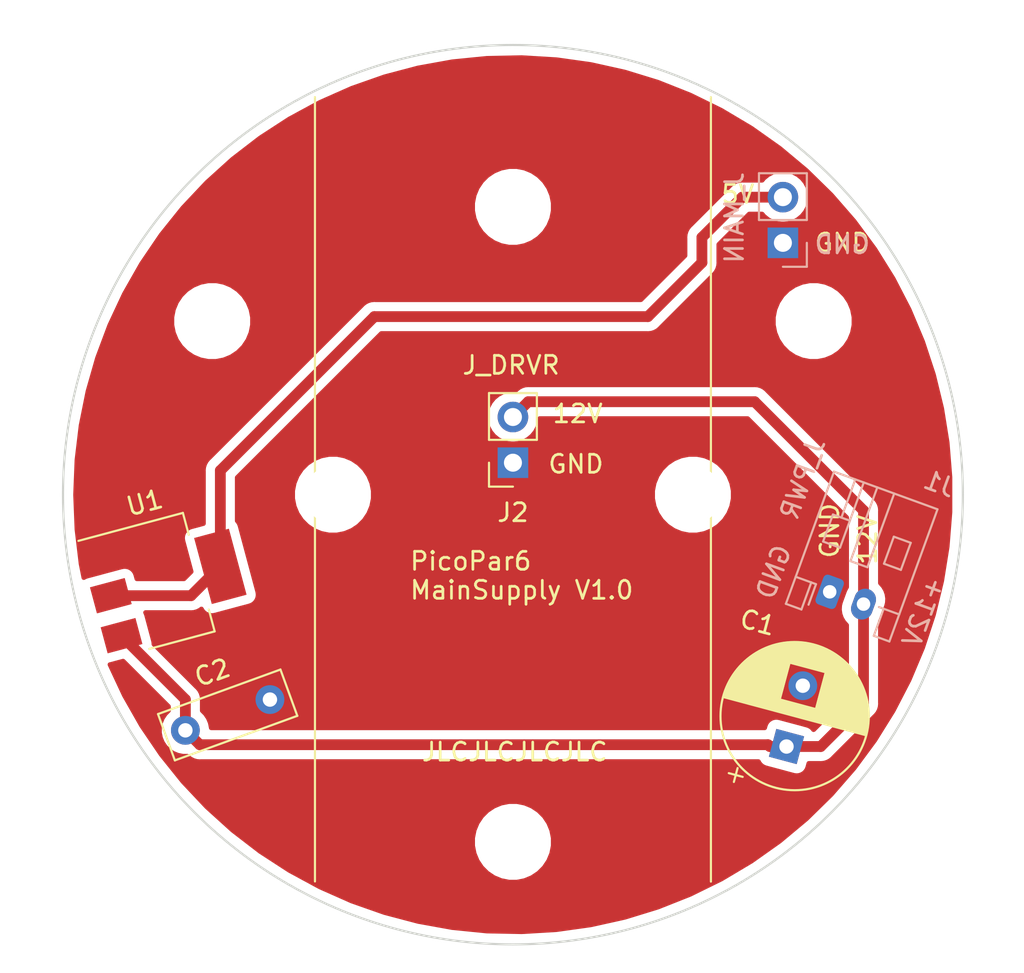
<source format=kicad_pcb>
(kicad_pcb (version 20171130) (host pcbnew "(5.1.4-0-10_14)")

  (general
    (thickness 1.6)
    (drawings 14)
    (tracks 22)
    (zones 0)
    (modules 12)
    (nets 4)
  )

  (page A4)
  (layers
    (0 F.Cu signal)
    (31 B.Cu signal)
    (32 B.Adhes user)
    (33 F.Adhes user)
    (34 B.Paste user)
    (35 F.Paste user)
    (36 B.SilkS user)
    (37 F.SilkS user)
    (38 B.Mask user)
    (39 F.Mask user)
    (40 Dwgs.User user)
    (41 Cmts.User user)
    (42 Eco1.User user)
    (43 Eco2.User user)
    (44 Edge.Cuts user)
    (45 Margin user)
    (46 B.CrtYd user)
    (47 F.CrtYd user)
    (48 B.Fab user)
    (49 F.Fab user)
  )

  (setup
    (last_trace_width 0.6)
    (user_trace_width 0.6)
    (trace_clearance 0.2)
    (zone_clearance 0.508)
    (zone_45_only no)
    (trace_min 0.2)
    (via_size 0.8)
    (via_drill 0.4)
    (via_min_size 0.4)
    (via_min_drill 0.3)
    (uvia_size 0.3)
    (uvia_drill 0.1)
    (uvias_allowed no)
    (uvia_min_size 0.2)
    (uvia_min_drill 0.1)
    (edge_width 0.05)
    (segment_width 0.2)
    (pcb_text_width 0.3)
    (pcb_text_size 1.5 1.5)
    (mod_edge_width 0.12)
    (mod_text_size 1 1)
    (mod_text_width 0.15)
    (pad_size 1.524 1.524)
    (pad_drill 0.762)
    (pad_to_mask_clearance 0.051)
    (solder_mask_min_width 0.25)
    (aux_axis_origin 0 0)
    (visible_elements FFFFFF7F)
    (pcbplotparams
      (layerselection 0x010fc_ffffffff)
      (usegerberextensions false)
      (usegerberattributes false)
      (usegerberadvancedattributes false)
      (creategerberjobfile false)
      (excludeedgelayer true)
      (linewidth 0.100000)
      (plotframeref false)
      (viasonmask false)
      (mode 1)
      (useauxorigin false)
      (hpglpennumber 1)
      (hpglpenspeed 20)
      (hpglpendiameter 15.000000)
      (psnegative false)
      (psa4output false)
      (plotreference true)
      (plotvalue true)
      (plotinvisibletext false)
      (padsonsilk false)
      (subtractmaskfromsilk false)
      (outputformat 1)
      (mirror false)
      (drillshape 0)
      (scaleselection 1)
      (outputdirectory ""))
  )

  (net 0 "")
  (net 1 GNDREF)
  (net 2 "Net-(C1-Pad1)")
  (net 3 "Net-(J3-Pad2)")

  (net_class Default "Dies ist die voreingestellte Netzklasse."
    (clearance 0.2)
    (trace_width 0.25)
    (via_dia 0.8)
    (via_drill 0.4)
    (uvia_dia 0.3)
    (uvia_drill 0.1)
    (add_net GNDREF)
    (add_net "Net-(C1-Pad1)")
    (add_net "Net-(J3-Pad2)")
  )

  (module Connector_PinSocket_2.54mm:PinSocket_1x02_P2.54mm_Vertical (layer B.Cu) (tedit 5A19A420) (tstamp 5E91CBC1)
    (at 165 106)
    (descr "Through hole straight socket strip, 1x02, 2.54mm pitch, single row (from Kicad 4.0.7), script generated")
    (tags "Through hole socket strip THT 1x02 2.54mm single row")
    (path /5E90FB75)
    (fp_text reference J3 (at -2.5 -4) (layer B.SilkS) hide
      (effects (font (size 1 1) (thickness 0.15)) (justify mirror))
    )
    (fp_text value Conn_01x02 (at 0 -5.31) (layer B.Fab) hide
      (effects (font (size 1 1) (thickness 0.15)) (justify mirror))
    )
    (fp_text user %R (at 0 -1.27 -90) (layer B.Fab) hide
      (effects (font (size 1 1) (thickness 0.15)) (justify mirror))
    )
    (fp_line (start -1.8 -4.3) (end -1.8 1.8) (layer B.CrtYd) (width 0.05))
    (fp_line (start 1.75 -4.3) (end -1.8 -4.3) (layer B.CrtYd) (width 0.05))
    (fp_line (start 1.75 1.8) (end 1.75 -4.3) (layer B.CrtYd) (width 0.05))
    (fp_line (start -1.8 1.8) (end 1.75 1.8) (layer B.CrtYd) (width 0.05))
    (fp_line (start 0 1.33) (end 1.33 1.33) (layer B.SilkS) (width 0.12))
    (fp_line (start 1.33 1.33) (end 1.33 0) (layer B.SilkS) (width 0.12))
    (fp_line (start 1.33 -1.27) (end 1.33 -3.87) (layer B.SilkS) (width 0.12))
    (fp_line (start -1.33 -3.87) (end 1.33 -3.87) (layer B.SilkS) (width 0.12))
    (fp_line (start -1.33 -1.27) (end -1.33 -3.87) (layer B.SilkS) (width 0.12))
    (fp_line (start -1.33 -1.27) (end 1.33 -1.27) (layer B.SilkS) (width 0.12))
    (fp_line (start -1.27 -3.81) (end -1.27 1.27) (layer B.Fab) (width 0.1))
    (fp_line (start 1.27 -3.81) (end -1.27 -3.81) (layer B.Fab) (width 0.1))
    (fp_line (start 1.27 0.635) (end 1.27 -3.81) (layer B.Fab) (width 0.1))
    (fp_line (start 0.635 1.27) (end 1.27 0.635) (layer B.Fab) (width 0.1))
    (fp_line (start -1.27 1.27) (end 0.635 1.27) (layer B.Fab) (width 0.1))
    (fp_text user J_MAIN (at -2.7 -1.4 90) (layer B.SilkS)
      (effects (font (size 1 1) (thickness 0.15)) (justify mirror))
    )
    (pad 2 thru_hole oval (at 0 -2.54) (size 1.7 1.7) (drill 1) (layers *.Cu *.Mask)
      (net 3 "Net-(J3-Pad2)"))
    (pad 1 thru_hole rect (at 0 0) (size 1.7 1.7) (drill 1) (layers *.Cu *.Mask)
      (net 1 GNDREF))
    (model ${KISYS3DMOD}/Connector_PinSocket_2.54mm.3dshapes/PinSocket_1x02_P2.54mm_Vertical.wrl
      (at (xyz 0 0 0))
      (scale (xyz 1 1 1))
      (rotate (xyz 0 0 0))
    )
  )

  (module Connector_JST:JST_PH_S2B-PH-K_1x02_P2.00mm_Horizontal (layer B.Cu) (tedit 5B7745C6) (tstamp 5E927AD4)
    (at 167.6 125.4 340)
    (descr "JST PH series connector, S2B-PH-K (http://www.jst-mfg.com/product/pdf/eng/ePH.pdf), generated with kicad-footprint-generator")
    (tags "connector JST PH top entry")
    (path /5E9155B3)
    (fp_text reference J1 (at 3.680004 -7.724479 340) (layer B.SilkS)
      (effects (font (size 1 1) (thickness 0.15)) (justify mirror))
    )
    (fp_text value Conn_01x02 (at 1 -7.45 340) (layer B.Fab) hide
      (effects (font (size 1 1) (thickness 0.15)) (justify mirror))
    )
    (fp_text user %R (at 1 -2.5 340) (layer B.Fab) hide
      (effects (font (size 1 1) (thickness 0.15)) (justify mirror))
    )
    (fp_line (start 0.5 -1.375) (end 0 -0.875) (layer B.Fab) (width 0.1))
    (fp_line (start -0.5 -1.375) (end 0.5 -1.375) (layer B.Fab) (width 0.1))
    (fp_line (start 0 -0.875) (end -0.5 -1.375) (layer B.Fab) (width 0.1))
    (fp_line (start -0.86 -0.14) (end -0.86 1.075) (layer B.SilkS) (width 0.12))
    (fp_line (start 3.25 -0.25) (end -1.25 -0.25) (layer B.Fab) (width 0.1))
    (fp_line (start 3.25 1.35) (end 3.25 -0.25) (layer B.Fab) (width 0.1))
    (fp_line (start 3.95 1.35) (end 3.25 1.35) (layer B.Fab) (width 0.1))
    (fp_line (start 3.95 -6.25) (end 3.95 1.35) (layer B.Fab) (width 0.1))
    (fp_line (start -1.95 -6.25) (end 3.95 -6.25) (layer B.Fab) (width 0.1))
    (fp_line (start -1.95 1.35) (end -1.95 -6.25) (layer B.Fab) (width 0.1))
    (fp_line (start -1.25 1.35) (end -1.95 1.35) (layer B.Fab) (width 0.1))
    (fp_line (start -1.25 -0.25) (end -1.25 1.35) (layer B.Fab) (width 0.1))
    (fp_line (start 4.45 1.85) (end -2.45 1.85) (layer B.CrtYd) (width 0.05))
    (fp_line (start 4.45 -6.75) (end 4.45 1.85) (layer B.CrtYd) (width 0.05))
    (fp_line (start -2.45 -6.75) (end 4.45 -6.75) (layer B.CrtYd) (width 0.05))
    (fp_line (start -2.45 1.85) (end -2.45 -6.75) (layer B.CrtYd) (width 0.05))
    (fp_line (start -0.8 -4.1) (end -0.8 -6.36) (layer B.SilkS) (width 0.12))
    (fp_line (start -0.3 -4.1) (end -0.3 -6.36) (layer B.SilkS) (width 0.12))
    (fp_line (start 2.3 -2.5) (end 3.3 -2.5) (layer B.SilkS) (width 0.12))
    (fp_line (start 2.3 -4.1) (end 2.3 -2.5) (layer B.SilkS) (width 0.12))
    (fp_line (start 3.3 -4.1) (end 2.3 -4.1) (layer B.SilkS) (width 0.12))
    (fp_line (start 3.3 -2.5) (end 3.3 -4.1) (layer B.SilkS) (width 0.12))
    (fp_line (start -0.3 -2.5) (end -1.3 -2.5) (layer B.SilkS) (width 0.12))
    (fp_line (start -0.3 -4.1) (end -0.3 -2.5) (layer B.SilkS) (width 0.12))
    (fp_line (start -1.3 -4.1) (end -0.3 -4.1) (layer B.SilkS) (width 0.12))
    (fp_line (start -1.3 -2.5) (end -1.3 -4.1) (layer B.SilkS) (width 0.12))
    (fp_line (start 4.06 -0.14) (end 3.14 -0.14) (layer B.SilkS) (width 0.12))
    (fp_line (start -2.06 -0.14) (end -1.14 -0.14) (layer B.SilkS) (width 0.12))
    (fp_line (start 1.5 -2) (end 1.5 -6.36) (layer B.SilkS) (width 0.12))
    (fp_line (start 0.5 -2) (end 1.5 -2) (layer B.SilkS) (width 0.12))
    (fp_line (start 0.5 -6.36) (end 0.5 -2) (layer B.SilkS) (width 0.12))
    (fp_line (start 3.14 -0.14) (end 2.86 -0.14) (layer B.SilkS) (width 0.12))
    (fp_line (start 3.14 1.46) (end 3.14 -0.14) (layer B.SilkS) (width 0.12))
    (fp_line (start 4.06 1.46) (end 3.14 1.46) (layer B.SilkS) (width 0.12))
    (fp_line (start 4.06 -6.36) (end 4.06 1.46) (layer B.SilkS) (width 0.12))
    (fp_line (start -2.06 -6.36) (end 4.06 -6.36) (layer B.SilkS) (width 0.12))
    (fp_line (start -2.06 1.46) (end -2.06 -6.36) (layer B.SilkS) (width 0.12))
    (fp_line (start -1.14 1.46) (end -2.06 1.46) (layer B.SilkS) (width 0.12))
    (fp_line (start -1.14 -0.14) (end -1.14 1.46) (layer B.SilkS) (width 0.12))
    (fp_line (start -0.86 -0.14) (end -1.14 -0.14) (layer B.SilkS) (width 0.12))
    (fp_text user J_PWR (at -3.564266 -5.407033 70) (layer B.SilkS)
      (effects (font (size 1 1) (thickness 0.15)) (justify mirror))
    )
    (pad 2 thru_hole oval (at 2 0 340) (size 1.2 1.75) (drill 0.75) (layers *.Cu *.Mask)
      (net 2 "Net-(C1-Pad1)"))
    (pad 1 thru_hole roundrect (at 0 0 340) (size 1.2 1.75) (drill 0.75) (layers *.Cu *.Mask) (roundrect_rratio 0.208333)
      (net 1 GNDREF))
    (model ${KISYS3DMOD}/Connector_JST.3dshapes/JST_PH_S2B-PH-K_1x02_P2.00mm_Horizontal.wrl
      (at (xyz 0 0 0))
      (scale (xyz 1 1 1))
      (rotate (xyz 0 0 0))
    )
  )

  (module Connector_PinSocket_2.54mm:PinSocket_1x02_P2.54mm_Vertical (layer F.Cu) (tedit 5A19A420) (tstamp 5E91CBAB)
    (at 150 118.222 180)
    (descr "Through hole straight socket strip, 1x02, 2.54mm pitch, single row (from Kicad 4.0.7), script generated")
    (tags "Through hole socket strip THT 1x02 2.54mm single row")
    (path /5E911232)
    (fp_text reference J2 (at 0 -2.77) (layer F.SilkS)
      (effects (font (size 1 1) (thickness 0.15)))
    )
    (fp_text value Conn_01x02 (at 0 5.31) (layer F.Fab) hide
      (effects (font (size 1 1) (thickness 0.15)))
    )
    (fp_text user %R (at 0 1.27 90) (layer F.Fab) hide
      (effects (font (size 1 1) (thickness 0.15)))
    )
    (fp_line (start -1.8 4.3) (end -1.8 -1.8) (layer F.CrtYd) (width 0.05))
    (fp_line (start 1.75 4.3) (end -1.8 4.3) (layer F.CrtYd) (width 0.05))
    (fp_line (start 1.75 -1.8) (end 1.75 4.3) (layer F.CrtYd) (width 0.05))
    (fp_line (start -1.8 -1.8) (end 1.75 -1.8) (layer F.CrtYd) (width 0.05))
    (fp_line (start 0 -1.33) (end 1.33 -1.33) (layer F.SilkS) (width 0.12))
    (fp_line (start 1.33 -1.33) (end 1.33 0) (layer F.SilkS) (width 0.12))
    (fp_line (start 1.33 1.27) (end 1.33 3.87) (layer F.SilkS) (width 0.12))
    (fp_line (start -1.33 3.87) (end 1.33 3.87) (layer F.SilkS) (width 0.12))
    (fp_line (start -1.33 1.27) (end -1.33 3.87) (layer F.SilkS) (width 0.12))
    (fp_line (start -1.33 1.27) (end 1.33 1.27) (layer F.SilkS) (width 0.12))
    (fp_line (start -1.27 3.81) (end -1.27 -1.27) (layer F.Fab) (width 0.1))
    (fp_line (start 1.27 3.81) (end -1.27 3.81) (layer F.Fab) (width 0.1))
    (fp_line (start 1.27 -0.635) (end 1.27 3.81) (layer F.Fab) (width 0.1))
    (fp_line (start 0.635 -1.27) (end 1.27 -0.635) (layer F.Fab) (width 0.1))
    (fp_line (start -1.27 -1.27) (end 0.635 -1.27) (layer F.Fab) (width 0.1))
    (fp_text user J_DRVR (at 0.1 5.422 180) (layer F.SilkS)
      (effects (font (size 1 1) (thickness 0.15)))
    )
    (pad 2 thru_hole oval (at 0 2.54 180) (size 1.7 1.7) (drill 1) (layers *.Cu *.Mask)
      (net 2 "Net-(C1-Pad1)"))
    (pad 1 thru_hole rect (at 0 0 180) (size 1.7 1.7) (drill 1) (layers *.Cu *.Mask)
      (net 1 GNDREF))
    (model ${KISYS3DMOD}/Connector_PinSocket_2.54mm.3dshapes/PinSocket_1x02_P2.54mm_Vertical.wrl
      (at (xyz 0 0 0))
      (scale (xyz 1 1 1))
      (rotate (xyz 0 0 0))
    )
  )

  (module MountingHole:MountingHole_3.2mm_M3 (layer F.Cu) (tedit 56D1B4CB) (tstamp 5E91D793)
    (at 160 120)
    (descr "Mounting Hole 3.2mm, no annular, M3")
    (tags "mounting hole 3.2mm no annular m3")
    (path /5E929596)
    (attr virtual)
    (fp_text reference H6 (at 0 -4.2) (layer F.SilkS) hide
      (effects (font (size 1 1) (thickness 0.15)))
    )
    (fp_text value MountingHole (at 0 4.2) (layer F.Fab) hide
      (effects (font (size 1 1) (thickness 0.15)))
    )
    (fp_circle (center 0 0) (end 3.45 0) (layer F.CrtYd) (width 0.05))
    (fp_circle (center 0 0) (end 3.2 0) (layer Cmts.User) (width 0.15))
    (fp_text user %R (at 0.3 0) (layer F.Fab) hide
      (effects (font (size 1 1) (thickness 0.15)))
    )
    (pad 1 np_thru_hole circle (at 0 0) (size 3.2 3.2) (drill 3.2) (layers *.Cu *.Mask))
  )

  (module MountingHole:MountingHole_3.2mm_M3 (layer F.Cu) (tedit 56D1B4CB) (tstamp 5E91D78B)
    (at 140 120)
    (descr "Mounting Hole 3.2mm, no annular, M3")
    (tags "mounting hole 3.2mm no annular m3")
    (path /5E929590)
    (attr virtual)
    (fp_text reference H5 (at 0 -4.2) (layer F.SilkS) hide
      (effects (font (size 1 1) (thickness 0.15)))
    )
    (fp_text value MountingHole (at 0 4.2) (layer F.Fab) hide
      (effects (font (size 1 1) (thickness 0.15)))
    )
    (fp_circle (center 0 0) (end 3.45 0) (layer F.CrtYd) (width 0.05))
    (fp_circle (center 0 0) (end 3.2 0) (layer Cmts.User) (width 0.15))
    (fp_text user %R (at 0.3 0) (layer F.Fab) hide
      (effects (font (size 1 1) (thickness 0.15)))
    )
    (pad 1 np_thru_hole circle (at 0 0) (size 3.2 3.2) (drill 3.2) (layers *.Cu *.Mask))
  )

  (module Package_TO_SOT_SMD:SOT-223-3_TabPin2 (layer F.Cu) (tedit 5A02FF57) (tstamp 5E91CBD7)
    (at 130.7 124.8 15)
    (descr "module CMS SOT223 4 pins")
    (tags "CMS SOT")
    (path /5E90CDAC)
    (attr smd)
    (fp_text reference U1 (at 0 -4.5 15) (layer F.SilkS)
      (effects (font (size 1 1) (thickness 0.15)))
    )
    (fp_text value LM1117-5.0 (at 0 4.5 15) (layer F.Fab) hide
      (effects (font (size 1 1) (thickness 0.15)))
    )
    (fp_line (start 1.85 -3.35) (end 1.85 3.35) (layer F.Fab) (width 0.1))
    (fp_line (start -1.85 3.35) (end 1.85 3.35) (layer F.Fab) (width 0.1))
    (fp_line (start -4.1 -3.41) (end 1.91 -3.41) (layer F.SilkS) (width 0.12))
    (fp_line (start -0.85 -3.35) (end 1.85 -3.35) (layer F.Fab) (width 0.1))
    (fp_line (start -1.85 3.41) (end 1.91 3.41) (layer F.SilkS) (width 0.12))
    (fp_line (start -1.85 -2.35) (end -1.85 3.35) (layer F.Fab) (width 0.1))
    (fp_line (start -1.85 -2.35) (end -0.85 -3.35) (layer F.Fab) (width 0.1))
    (fp_line (start -4.4 -3.6) (end -4.4 3.6) (layer F.CrtYd) (width 0.05))
    (fp_line (start -4.4 3.6) (end 4.4 3.6) (layer F.CrtYd) (width 0.05))
    (fp_line (start 4.4 3.6) (end 4.4 -3.6) (layer F.CrtYd) (width 0.05))
    (fp_line (start 4.4 -3.6) (end -4.4 -3.6) (layer F.CrtYd) (width 0.05))
    (fp_line (start 1.91 -3.41) (end 1.91 -2.15) (layer F.SilkS) (width 0.12))
    (fp_line (start 1.91 3.41) (end 1.91 2.15) (layer F.SilkS) (width 0.12))
    (fp_text user %R (at 0 0 105) (layer F.Fab) hide
      (effects (font (size 0.8 0.8) (thickness 0.12)))
    )
    (pad 1 smd rect (at -3.15 -2.3 15) (size 2 1.5) (layers F.Cu F.Paste F.Mask)
      (net 1 GNDREF))
    (pad 3 smd rect (at -3.15 2.3 15) (size 2 1.5) (layers F.Cu F.Paste F.Mask)
      (net 2 "Net-(C1-Pad1)"))
    (pad 2 smd rect (at -3.15 0 15) (size 2 1.5) (layers F.Cu F.Paste F.Mask)
      (net 3 "Net-(J3-Pad2)"))
    (pad 2 smd rect (at 3.15 0 15) (size 2 3.8) (layers F.Cu F.Paste F.Mask)
      (net 3 "Net-(J3-Pad2)"))
    (model ${KISYS3DMOD}/Package_TO_SOT_SMD.3dshapes/SOT-223.wrl
      (at (xyz 0 0 0))
      (scale (xyz 1 1 1))
      (rotate (xyz 0 0 0))
    )
  )

  (module MountingHole:MountingHole_3.2mm_M3 (layer F.Cu) (tedit 56D1B4CB) (tstamp 5E91CB6B)
    (at 133.29 110.35)
    (descr "Mounting Hole 3.2mm, no annular, M3")
    (tags "mounting hole 3.2mm no annular m3")
    (path /5E921C0C)
    (attr virtual)
    (fp_text reference H4 (at 0 -4.2) (layer F.SilkS) hide
      (effects (font (size 1 1) (thickness 0.15)))
    )
    (fp_text value MountingHole (at 0 4.2) (layer F.Fab) hide
      (effects (font (size 1 1) (thickness 0.15)))
    )
    (fp_circle (center 0 0) (end 3.45 0) (layer F.CrtYd) (width 0.05))
    (fp_circle (center 0 0) (end 3.2 0) (layer Cmts.User) (width 0.15))
    (fp_text user %R (at 0.3 0) (layer F.Fab) hide
      (effects (font (size 1 1) (thickness 0.15)))
    )
    (pad 1 np_thru_hole circle (at 0 0) (size 3.2 3.2) (drill 3.2) (layers *.Cu *.Mask))
  )

  (module MountingHole:MountingHole_3.2mm_M3 (layer F.Cu) (tedit 56D1B4CB) (tstamp 5E91CB63)
    (at 166.71 110.35)
    (descr "Mounting Hole 3.2mm, no annular, M3")
    (tags "mounting hole 3.2mm no annular m3")
    (path /5E920398)
    (attr virtual)
    (fp_text reference H3 (at 0 -4.2) (layer F.SilkS) hide
      (effects (font (size 1 1) (thickness 0.15)))
    )
    (fp_text value MountingHole (at 0 4.2) (layer F.Fab) hide
      (effects (font (size 1 1) (thickness 0.15)))
    )
    (fp_circle (center 0 0) (end 3.45 0) (layer F.CrtYd) (width 0.05))
    (fp_circle (center 0 0) (end 3.2 0) (layer Cmts.User) (width 0.15))
    (fp_text user %R (at 0.3 0) (layer F.Fab) hide
      (effects (font (size 1 1) (thickness 0.15)))
    )
    (pad 1 np_thru_hole circle (at 0 0) (size 3.2 3.2) (drill 3.2) (layers *.Cu *.Mask))
  )

  (module MountingHole:MountingHole_3.2mm_M3 (layer F.Cu) (tedit 56D1B4CB) (tstamp 5E91CB5B)
    (at 150 139.3)
    (descr "Mounting Hole 3.2mm, no annular, M3")
    (tags "mounting hole 3.2mm no annular m3")
    (path /5E920943)
    (attr virtual)
    (fp_text reference H2 (at 0 -4.2) (layer F.SilkS) hide
      (effects (font (size 1 1) (thickness 0.15)))
    )
    (fp_text value MountingHole (at 0 4.2) (layer F.Fab) hide
      (effects (font (size 1 1) (thickness 0.15)))
    )
    (fp_circle (center 0 0) (end 3.45 0) (layer F.CrtYd) (width 0.05))
    (fp_circle (center 0 0) (end 3.2 0) (layer Cmts.User) (width 0.15))
    (fp_text user %R (at 0.3 0) (layer F.Fab) hide
      (effects (font (size 1 1) (thickness 0.15)))
    )
    (pad 1 np_thru_hole circle (at 0 0) (size 3.2 3.2) (drill 3.2) (layers *.Cu *.Mask))
  )

  (module MountingHole:MountingHole_3.2mm_M3 (layer F.Cu) (tedit 56D1B4CB) (tstamp 5E91CB53)
    (at 150 104)
    (descr "Mounting Hole 3.2mm, no annular, M3")
    (tags "mounting hole 3.2mm no annular m3")
    (path /5E91F3F5)
    (attr virtual)
    (fp_text reference H1 (at 0 -4.2) (layer F.SilkS) hide
      (effects (font (size 1 1) (thickness 0.15)))
    )
    (fp_text value MountingHole (at 0 4.2) (layer F.Fab) hide
      (effects (font (size 1 1) (thickness 0.15)))
    )
    (fp_circle (center 0 0) (end 3.45 0) (layer F.CrtYd) (width 0.05))
    (fp_circle (center 0 0) (end 3.2 0) (layer Cmts.User) (width 0.15))
    (fp_text user %R (at 0.3 0) (layer F.Fab) hide
      (effects (font (size 1 1) (thickness 0.15)))
    )
    (pad 1 np_thru_hole circle (at 0 0) (size 3.2 3.2) (drill 3.2) (layers *.Cu *.Mask))
  )

  (module Capacitor_THT:C_Disc_D7.0mm_W2.5mm_P5.00mm (layer F.Cu) (tedit 5AE50EF0) (tstamp 5E925E4F)
    (at 131.8 133.1 20)
    (descr "C, Disc series, Radial, pin pitch=5.00mm, , diameter*width=7*2.5mm^2, Capacitor, http://cdn-reichelt.de/documents/datenblatt/B300/DS_KERKO_TC.pdf")
    (tags "C Disc series Radial pin pitch 5.00mm  diameter 7mm width 2.5mm Capacitor")
    (path /5E91D246)
    (fp_text reference C2 (at 2.5 -2.5 20) (layer F.SilkS)
      (effects (font (size 1 1) (thickness 0.15)))
    )
    (fp_text value 100nF (at 2.5 2.5 20) (layer F.Fab) hide
      (effects (font (size 1 1) (thickness 0.15)))
    )
    (fp_text user %R (at -0.455302 4.92 20) (layer F.Fab) hide
      (effects (font (size 1 1) (thickness 0.15)))
    )
    (fp_line (start 6.25 -1.5) (end -1.25 -1.5) (layer F.CrtYd) (width 0.05))
    (fp_line (start 6.25 1.5) (end 6.25 -1.5) (layer F.CrtYd) (width 0.05))
    (fp_line (start -1.25 1.5) (end 6.25 1.5) (layer F.CrtYd) (width 0.05))
    (fp_line (start -1.25 -1.5) (end -1.25 1.5) (layer F.CrtYd) (width 0.05))
    (fp_line (start 6.12 -1.37) (end 6.12 1.37) (layer F.SilkS) (width 0.12))
    (fp_line (start -1.12 -1.37) (end -1.12 1.37) (layer F.SilkS) (width 0.12))
    (fp_line (start -1.12 1.37) (end 6.12 1.37) (layer F.SilkS) (width 0.12))
    (fp_line (start -1.12 -1.37) (end 6.12 -1.37) (layer F.SilkS) (width 0.12))
    (fp_line (start 6 -1.25) (end -1 -1.25) (layer F.Fab) (width 0.1))
    (fp_line (start 6 1.25) (end 6 -1.25) (layer F.Fab) (width 0.1))
    (fp_line (start -1 1.25) (end 6 1.25) (layer F.Fab) (width 0.1))
    (fp_line (start -1 -1.25) (end -1 1.25) (layer F.Fab) (width 0.1))
    (pad 2 thru_hole circle (at 5 0 20) (size 1.6 1.6) (drill 0.8) (layers *.Cu *.Mask)
      (net 1 GNDREF))
    (pad 1 thru_hole circle (at 0 0 20) (size 1.6 1.6) (drill 0.8) (layers *.Cu *.Mask)
      (net 2 "Net-(C1-Pad1)"))
    (model ${KISYS3DMOD}/Capacitor_THT.3dshapes/C_Disc_D7.0mm_W2.5mm_P5.00mm.wrl
      (at (xyz 0 0 0))
      (scale (xyz 1 1 1))
      (rotate (xyz 0 0 0))
    )
  )

  (module Capacitor_THT:CP_Radial_D8.0mm_P3.50mm (layer F.Cu) (tedit 5AE50EF0) (tstamp 5E926114)
    (at 165.2 134 75)
    (descr "CP, Radial series, Radial, pin pitch=3.50mm, , diameter=8mm, Electrolytic Capacitor")
    (tags "CP Radial series Radial pin pitch 3.50mm  diameter 8mm Electrolytic Capacitor")
    (path /5E90DD4B)
    (fp_text reference C1 (at 6.250778 -3.331333 345) (layer F.SilkS)
      (effects (font (size 1 1) (thickness 0.15)))
    )
    (fp_text value 1000uF (at 1.75 5.25 75) (layer F.Fab) hide
      (effects (font (size 1 1) (thickness 0.15)))
    )
    (fp_text user %R (at 1.75 0 75) (layer F.Fab) hide
      (effects (font (size 1 1) (thickness 0.15)))
    )
    (fp_line (start -2.259698 -2.715) (end -2.259698 -1.915) (layer F.SilkS) (width 0.12))
    (fp_line (start -2.659698 -2.315) (end -1.859698 -2.315) (layer F.SilkS) (width 0.12))
    (fp_line (start 5.831 -0.533) (end 5.831 0.533) (layer F.SilkS) (width 0.12))
    (fp_line (start 5.791 -0.768) (end 5.791 0.768) (layer F.SilkS) (width 0.12))
    (fp_line (start 5.751 -0.948) (end 5.751 0.948) (layer F.SilkS) (width 0.12))
    (fp_line (start 5.711 -1.098) (end 5.711 1.098) (layer F.SilkS) (width 0.12))
    (fp_line (start 5.671 -1.229) (end 5.671 1.229) (layer F.SilkS) (width 0.12))
    (fp_line (start 5.631 -1.346) (end 5.631 1.346) (layer F.SilkS) (width 0.12))
    (fp_line (start 5.591 -1.453) (end 5.591 1.453) (layer F.SilkS) (width 0.12))
    (fp_line (start 5.551 -1.552) (end 5.551 1.552) (layer F.SilkS) (width 0.12))
    (fp_line (start 5.511 -1.645) (end 5.511 1.645) (layer F.SilkS) (width 0.12))
    (fp_line (start 5.471 -1.731) (end 5.471 1.731) (layer F.SilkS) (width 0.12))
    (fp_line (start 5.431 -1.813) (end 5.431 1.813) (layer F.SilkS) (width 0.12))
    (fp_line (start 5.391 -1.89) (end 5.391 1.89) (layer F.SilkS) (width 0.12))
    (fp_line (start 5.351 -1.964) (end 5.351 1.964) (layer F.SilkS) (width 0.12))
    (fp_line (start 5.311 -2.034) (end 5.311 2.034) (layer F.SilkS) (width 0.12))
    (fp_line (start 5.271 -2.102) (end 5.271 2.102) (layer F.SilkS) (width 0.12))
    (fp_line (start 5.231 -2.166) (end 5.231 2.166) (layer F.SilkS) (width 0.12))
    (fp_line (start 5.191 -2.228) (end 5.191 2.228) (layer F.SilkS) (width 0.12))
    (fp_line (start 5.151 -2.287) (end 5.151 2.287) (layer F.SilkS) (width 0.12))
    (fp_line (start 5.111 -2.345) (end 5.111 2.345) (layer F.SilkS) (width 0.12))
    (fp_line (start 5.071 -2.4) (end 5.071 2.4) (layer F.SilkS) (width 0.12))
    (fp_line (start 5.031 -2.454) (end 5.031 2.454) (layer F.SilkS) (width 0.12))
    (fp_line (start 4.991 -2.505) (end 4.991 2.505) (layer F.SilkS) (width 0.12))
    (fp_line (start 4.951 -2.556) (end 4.951 2.556) (layer F.SilkS) (width 0.12))
    (fp_line (start 4.911 -2.604) (end 4.911 2.604) (layer F.SilkS) (width 0.12))
    (fp_line (start 4.871 -2.651) (end 4.871 2.651) (layer F.SilkS) (width 0.12))
    (fp_line (start 4.831 -2.697) (end 4.831 2.697) (layer F.SilkS) (width 0.12))
    (fp_line (start 4.791 -2.741) (end 4.791 2.741) (layer F.SilkS) (width 0.12))
    (fp_line (start 4.751 -2.784) (end 4.751 2.784) (layer F.SilkS) (width 0.12))
    (fp_line (start 4.711 -2.826) (end 4.711 2.826) (layer F.SilkS) (width 0.12))
    (fp_line (start 4.671 -2.867) (end 4.671 2.867) (layer F.SilkS) (width 0.12))
    (fp_line (start 4.631 -2.907) (end 4.631 2.907) (layer F.SilkS) (width 0.12))
    (fp_line (start 4.591 -2.945) (end 4.591 2.945) (layer F.SilkS) (width 0.12))
    (fp_line (start 4.551 -2.983) (end 4.551 2.983) (layer F.SilkS) (width 0.12))
    (fp_line (start 4.511 1.04) (end 4.511 3.019) (layer F.SilkS) (width 0.12))
    (fp_line (start 4.511 -3.019) (end 4.511 -1.04) (layer F.SilkS) (width 0.12))
    (fp_line (start 4.471 1.04) (end 4.471 3.055) (layer F.SilkS) (width 0.12))
    (fp_line (start 4.471 -3.055) (end 4.471 -1.04) (layer F.SilkS) (width 0.12))
    (fp_line (start 4.431 1.04) (end 4.431 3.09) (layer F.SilkS) (width 0.12))
    (fp_line (start 4.431 -3.09) (end 4.431 -1.04) (layer F.SilkS) (width 0.12))
    (fp_line (start 4.391 1.04) (end 4.391 3.124) (layer F.SilkS) (width 0.12))
    (fp_line (start 4.391 -3.124) (end 4.391 -1.04) (layer F.SilkS) (width 0.12))
    (fp_line (start 4.351 1.04) (end 4.351 3.156) (layer F.SilkS) (width 0.12))
    (fp_line (start 4.351 -3.156) (end 4.351 -1.04) (layer F.SilkS) (width 0.12))
    (fp_line (start 4.311 1.04) (end 4.311 3.189) (layer F.SilkS) (width 0.12))
    (fp_line (start 4.311 -3.189) (end 4.311 -1.04) (layer F.SilkS) (width 0.12))
    (fp_line (start 4.271 1.04) (end 4.271 3.22) (layer F.SilkS) (width 0.12))
    (fp_line (start 4.271 -3.22) (end 4.271 -1.04) (layer F.SilkS) (width 0.12))
    (fp_line (start 4.231 1.04) (end 4.231 3.25) (layer F.SilkS) (width 0.12))
    (fp_line (start 4.231 -3.25) (end 4.231 -1.04) (layer F.SilkS) (width 0.12))
    (fp_line (start 4.191 1.04) (end 4.191 3.28) (layer F.SilkS) (width 0.12))
    (fp_line (start 4.191 -3.28) (end 4.191 -1.04) (layer F.SilkS) (width 0.12))
    (fp_line (start 4.151 1.04) (end 4.151 3.309) (layer F.SilkS) (width 0.12))
    (fp_line (start 4.151 -3.309) (end 4.151 -1.04) (layer F.SilkS) (width 0.12))
    (fp_line (start 4.111 1.04) (end 4.111 3.338) (layer F.SilkS) (width 0.12))
    (fp_line (start 4.111 -3.338) (end 4.111 -1.04) (layer F.SilkS) (width 0.12))
    (fp_line (start 4.071 1.04) (end 4.071 3.365) (layer F.SilkS) (width 0.12))
    (fp_line (start 4.071 -3.365) (end 4.071 -1.04) (layer F.SilkS) (width 0.12))
    (fp_line (start 4.031 1.04) (end 4.031 3.392) (layer F.SilkS) (width 0.12))
    (fp_line (start 4.031 -3.392) (end 4.031 -1.04) (layer F.SilkS) (width 0.12))
    (fp_line (start 3.991 1.04) (end 3.991 3.418) (layer F.SilkS) (width 0.12))
    (fp_line (start 3.991 -3.418) (end 3.991 -1.04) (layer F.SilkS) (width 0.12))
    (fp_line (start 3.951 1.04) (end 3.951 3.444) (layer F.SilkS) (width 0.12))
    (fp_line (start 3.951 -3.444) (end 3.951 -1.04) (layer F.SilkS) (width 0.12))
    (fp_line (start 3.911 1.04) (end 3.911 3.469) (layer F.SilkS) (width 0.12))
    (fp_line (start 3.911 -3.469) (end 3.911 -1.04) (layer F.SilkS) (width 0.12))
    (fp_line (start 3.871 1.04) (end 3.871 3.493) (layer F.SilkS) (width 0.12))
    (fp_line (start 3.871 -3.493) (end 3.871 -1.04) (layer F.SilkS) (width 0.12))
    (fp_line (start 3.831 1.04) (end 3.831 3.517) (layer F.SilkS) (width 0.12))
    (fp_line (start 3.831 -3.517) (end 3.831 -1.04) (layer F.SilkS) (width 0.12))
    (fp_line (start 3.791 1.04) (end 3.791 3.54) (layer F.SilkS) (width 0.12))
    (fp_line (start 3.791 -3.54) (end 3.791 -1.04) (layer F.SilkS) (width 0.12))
    (fp_line (start 3.751 1.04) (end 3.751 3.562) (layer F.SilkS) (width 0.12))
    (fp_line (start 3.751 -3.562) (end 3.751 -1.04) (layer F.SilkS) (width 0.12))
    (fp_line (start 3.711 1.04) (end 3.711 3.584) (layer F.SilkS) (width 0.12))
    (fp_line (start 3.711 -3.584) (end 3.711 -1.04) (layer F.SilkS) (width 0.12))
    (fp_line (start 3.671 1.04) (end 3.671 3.606) (layer F.SilkS) (width 0.12))
    (fp_line (start 3.671 -3.606) (end 3.671 -1.04) (layer F.SilkS) (width 0.12))
    (fp_line (start 3.631 1.04) (end 3.631 3.627) (layer F.SilkS) (width 0.12))
    (fp_line (start 3.631 -3.627) (end 3.631 -1.04) (layer F.SilkS) (width 0.12))
    (fp_line (start 3.591 1.04) (end 3.591 3.647) (layer F.SilkS) (width 0.12))
    (fp_line (start 3.591 -3.647) (end 3.591 -1.04) (layer F.SilkS) (width 0.12))
    (fp_line (start 3.551 1.04) (end 3.551 3.666) (layer F.SilkS) (width 0.12))
    (fp_line (start 3.551 -3.666) (end 3.551 -1.04) (layer F.SilkS) (width 0.12))
    (fp_line (start 3.511 1.04) (end 3.511 3.686) (layer F.SilkS) (width 0.12))
    (fp_line (start 3.511 -3.686) (end 3.511 -1.04) (layer F.SilkS) (width 0.12))
    (fp_line (start 3.471 1.04) (end 3.471 3.704) (layer F.SilkS) (width 0.12))
    (fp_line (start 3.471 -3.704) (end 3.471 -1.04) (layer F.SilkS) (width 0.12))
    (fp_line (start 3.431 1.04) (end 3.431 3.722) (layer F.SilkS) (width 0.12))
    (fp_line (start 3.431 -3.722) (end 3.431 -1.04) (layer F.SilkS) (width 0.12))
    (fp_line (start 3.391 1.04) (end 3.391 3.74) (layer F.SilkS) (width 0.12))
    (fp_line (start 3.391 -3.74) (end 3.391 -1.04) (layer F.SilkS) (width 0.12))
    (fp_line (start 3.351 1.04) (end 3.351 3.757) (layer F.SilkS) (width 0.12))
    (fp_line (start 3.351 -3.757) (end 3.351 -1.04) (layer F.SilkS) (width 0.12))
    (fp_line (start 3.311 1.04) (end 3.311 3.774) (layer F.SilkS) (width 0.12))
    (fp_line (start 3.311 -3.774) (end 3.311 -1.04) (layer F.SilkS) (width 0.12))
    (fp_line (start 3.271 1.04) (end 3.271 3.79) (layer F.SilkS) (width 0.12))
    (fp_line (start 3.271 -3.79) (end 3.271 -1.04) (layer F.SilkS) (width 0.12))
    (fp_line (start 3.231 1.04) (end 3.231 3.805) (layer F.SilkS) (width 0.12))
    (fp_line (start 3.231 -3.805) (end 3.231 -1.04) (layer F.SilkS) (width 0.12))
    (fp_line (start 3.191 1.04) (end 3.191 3.821) (layer F.SilkS) (width 0.12))
    (fp_line (start 3.191 -3.821) (end 3.191 -1.04) (layer F.SilkS) (width 0.12))
    (fp_line (start 3.151 1.04) (end 3.151 3.835) (layer F.SilkS) (width 0.12))
    (fp_line (start 3.151 -3.835) (end 3.151 -1.04) (layer F.SilkS) (width 0.12))
    (fp_line (start 3.111 1.04) (end 3.111 3.85) (layer F.SilkS) (width 0.12))
    (fp_line (start 3.111 -3.85) (end 3.111 -1.04) (layer F.SilkS) (width 0.12))
    (fp_line (start 3.071 1.04) (end 3.071 3.863) (layer F.SilkS) (width 0.12))
    (fp_line (start 3.071 -3.863) (end 3.071 -1.04) (layer F.SilkS) (width 0.12))
    (fp_line (start 3.031 1.04) (end 3.031 3.877) (layer F.SilkS) (width 0.12))
    (fp_line (start 3.031 -3.877) (end 3.031 -1.04) (layer F.SilkS) (width 0.12))
    (fp_line (start 2.991 1.04) (end 2.991 3.889) (layer F.SilkS) (width 0.12))
    (fp_line (start 2.991 -3.889) (end 2.991 -1.04) (layer F.SilkS) (width 0.12))
    (fp_line (start 2.951 1.04) (end 2.951 3.902) (layer F.SilkS) (width 0.12))
    (fp_line (start 2.951 -3.902) (end 2.951 -1.04) (layer F.SilkS) (width 0.12))
    (fp_line (start 2.911 1.04) (end 2.911 3.914) (layer F.SilkS) (width 0.12))
    (fp_line (start 2.911 -3.914) (end 2.911 -1.04) (layer F.SilkS) (width 0.12))
    (fp_line (start 2.871 1.04) (end 2.871 3.925) (layer F.SilkS) (width 0.12))
    (fp_line (start 2.871 -3.925) (end 2.871 -1.04) (layer F.SilkS) (width 0.12))
    (fp_line (start 2.831 1.04) (end 2.831 3.936) (layer F.SilkS) (width 0.12))
    (fp_line (start 2.831 -3.936) (end 2.831 -1.04) (layer F.SilkS) (width 0.12))
    (fp_line (start 2.791 1.04) (end 2.791 3.947) (layer F.SilkS) (width 0.12))
    (fp_line (start 2.791 -3.947) (end 2.791 -1.04) (layer F.SilkS) (width 0.12))
    (fp_line (start 2.751 1.04) (end 2.751 3.957) (layer F.SilkS) (width 0.12))
    (fp_line (start 2.751 -3.957) (end 2.751 -1.04) (layer F.SilkS) (width 0.12))
    (fp_line (start 2.711 1.04) (end 2.711 3.967) (layer F.SilkS) (width 0.12))
    (fp_line (start 2.711 -3.967) (end 2.711 -1.04) (layer F.SilkS) (width 0.12))
    (fp_line (start 2.671 1.04) (end 2.671 3.976) (layer F.SilkS) (width 0.12))
    (fp_line (start 2.671 -3.976) (end 2.671 -1.04) (layer F.SilkS) (width 0.12))
    (fp_line (start 2.631 1.04) (end 2.631 3.985) (layer F.SilkS) (width 0.12))
    (fp_line (start 2.631 -3.985) (end 2.631 -1.04) (layer F.SilkS) (width 0.12))
    (fp_line (start 2.591 1.04) (end 2.591 3.994) (layer F.SilkS) (width 0.12))
    (fp_line (start 2.591 -3.994) (end 2.591 -1.04) (layer F.SilkS) (width 0.12))
    (fp_line (start 2.551 1.04) (end 2.551 4.002) (layer F.SilkS) (width 0.12))
    (fp_line (start 2.551 -4.002) (end 2.551 -1.04) (layer F.SilkS) (width 0.12))
    (fp_line (start 2.511 1.04) (end 2.511 4.01) (layer F.SilkS) (width 0.12))
    (fp_line (start 2.511 -4.01) (end 2.511 -1.04) (layer F.SilkS) (width 0.12))
    (fp_line (start 2.471 1.04) (end 2.471 4.017) (layer F.SilkS) (width 0.12))
    (fp_line (start 2.471 -4.017) (end 2.471 -1.04) (layer F.SilkS) (width 0.12))
    (fp_line (start 2.43 -4.024) (end 2.43 4.024) (layer F.SilkS) (width 0.12))
    (fp_line (start 2.39 -4.03) (end 2.39 4.03) (layer F.SilkS) (width 0.12))
    (fp_line (start 2.35 -4.037) (end 2.35 4.037) (layer F.SilkS) (width 0.12))
    (fp_line (start 2.31 -4.042) (end 2.31 4.042) (layer F.SilkS) (width 0.12))
    (fp_line (start 2.27 -4.048) (end 2.27 4.048) (layer F.SilkS) (width 0.12))
    (fp_line (start 2.23 -4.052) (end 2.23 4.052) (layer F.SilkS) (width 0.12))
    (fp_line (start 2.19 -4.057) (end 2.19 4.057) (layer F.SilkS) (width 0.12))
    (fp_line (start 2.15 -4.061) (end 2.15 4.061) (layer F.SilkS) (width 0.12))
    (fp_line (start 2.11 -4.065) (end 2.11 4.065) (layer F.SilkS) (width 0.12))
    (fp_line (start 2.07 -4.068) (end 2.07 4.068) (layer F.SilkS) (width 0.12))
    (fp_line (start 2.03 -4.071) (end 2.03 4.071) (layer F.SilkS) (width 0.12))
    (fp_line (start 1.99 -4.074) (end 1.99 4.074) (layer F.SilkS) (width 0.12))
    (fp_line (start 1.95 -4.076) (end 1.95 4.076) (layer F.SilkS) (width 0.12))
    (fp_line (start 1.91 -4.077) (end 1.91 4.077) (layer F.SilkS) (width 0.12))
    (fp_line (start 1.87 -4.079) (end 1.87 4.079) (layer F.SilkS) (width 0.12))
    (fp_line (start 1.83 -4.08) (end 1.83 4.08) (layer F.SilkS) (width 0.12))
    (fp_line (start 1.79 -4.08) (end 1.79 4.08) (layer F.SilkS) (width 0.12))
    (fp_line (start 1.75 -4.08) (end 1.75 4.08) (layer F.SilkS) (width 0.12))
    (fp_line (start -1.276759 -2.1475) (end -1.276759 -1.3475) (layer F.Fab) (width 0.1))
    (fp_line (start -1.676759 -1.7475) (end -0.876759 -1.7475) (layer F.Fab) (width 0.1))
    (fp_circle (center 1.75 0) (end 6 0) (layer F.CrtYd) (width 0.05))
    (fp_circle (center 1.75 0) (end 5.87 0) (layer F.SilkS) (width 0.12))
    (fp_circle (center 1.75 0) (end 5.75 0) (layer F.Fab) (width 0.1))
    (pad 2 thru_hole circle (at 3.5 0 75) (size 1.6 1.6) (drill 0.8) (layers *.Cu *.Mask)
      (net 1 GNDREF))
    (pad 1 thru_hole rect (at 0 0 75) (size 1.6 1.6) (drill 0.8) (layers *.Cu *.Mask)
      (net 2 "Net-(C1-Pad1)"))
    (model ${KISYS3DMOD}/Capacitor_THT.3dshapes/CP_Radial_D8.0mm_P3.50mm.wrl
      (at (xyz 0 0 0))
      (scale (xyz 1 1 1))
      (rotate (xyz 0 0 0))
    )
  )

  (gr_text JLCJLCJLCJLC (at 150.1 134.3) (layer F.SilkS)
    (effects (font (size 1 1) (thickness 0.15)))
  )
  (gr_text "PicoPar6\nMainSupply V1.0" (at 144.2 124.5) (layer F.SilkS)
    (effects (font (size 1 1) (thickness 0.15)) (justify left))
  )
  (gr_text 5V (at 162.5 103.3) (layer F.SilkS) (tstamp 5E9281A9)
    (effects (font (size 1 1) (thickness 0.15)))
  )
  (gr_text GND (at 168.3 106) (layer F.SilkS) (tstamp 5E92819F)
    (effects (font (size 1 1) (thickness 0.15)))
  )
  (gr_text 12V (at 169.7 122.5 90) (layer F.SilkS) (tstamp 5E928192)
    (effects (font (size 1 1) (thickness 0.15)))
  )
  (gr_text GND (at 167.6 122 90) (layer F.SilkS) (tstamp 5E928191)
    (effects (font (size 1 1) (thickness 0.15)))
  )
  (gr_text 12V (at 153.6 115.5) (layer F.SilkS)
    (effects (font (size 1 1) (thickness 0.15)))
  )
  (gr_text GND (at 153.5 118.3) (layer F.SilkS)
    (effects (font (size 1 1) (thickness 0.15)))
  )
  (gr_text GND (at 168.3 106.1) (layer B.SilkS)
    (effects (font (size 1 1) (thickness 0.15)) (justify mirror))
  )
  (gr_text +12V (at 172.8 126.5 70) (layer B.SilkS) (tstamp 5E9279B7)
    (effects (font (size 1 1) (thickness 0.15)) (justify mirror))
  )
  (gr_text GND (at 164.5 124.3 70) (layer B.SilkS)
    (effects (font (size 1 1) (thickness 0.15)) (justify mirror))
  )
  (gr_line (start 161 97.9) (end 161 141.51) (layer F.SilkS) (width 0.12) (tstamp 5E91F058))
  (gr_line (start 139 97.9) (end 139 141.5) (layer F.SilkS) (width 0.12))
  (gr_circle (center 150 120) (end 175 120) (layer Edge.Cuts) (width 0.12))

  (segment (start 169.479385 126.08404) (end 169.479385 131.620615) (width 0.6) (layer F.Cu) (net 2))
  (segment (start 167.1 134) (end 165.2 134) (width 0.6) (layer F.Cu) (net 2))
  (segment (start 169.479385 131.620615) (end 167.1 134) (width 0.6) (layer F.Cu) (net 2))
  (segment (start 164.27178 134) (end 164.17178 133.9) (width 0.6) (layer F.Cu) (net 2))
  (segment (start 165.2 134) (end 164.27178 134) (width 0.6) (layer F.Cu) (net 2))
  (segment (start 132.599999 133.899999) (end 131.8 133.1) (width 0.6) (layer F.Cu) (net 2))
  (segment (start 164.17178 133.9) (end 132.599999 133.899999) (width 0.6) (layer F.Cu) (net 2))
  (segment (start 131.8 131.384292) (end 128.252617 127.836909) (width 0.6) (layer F.Cu) (net 2))
  (segment (start 131.8 133.1) (end 131.8 131.384292) (width 0.6) (layer F.Cu) (net 2))
  (segment (start 150.849999 114.832001) (end 163.432001 114.832001) (width 0.6) (layer F.Cu) (net 2))
  (segment (start 150 115.682) (end 150.849999 114.832001) (width 0.6) (layer F.Cu) (net 2))
  (segment (start 169.479385 120.879385) (end 169.479385 126.08404) (width 0.6) (layer F.Cu) (net 2))
  (segment (start 163.432001 114.832001) (end 169.479385 120.879385) (width 0.6) (layer F.Cu) (net 2))
  (segment (start 132.112106 125.61528) (end 133.742666 123.98472) (width 0.6) (layer F.Cu) (net 3))
  (segment (start 127.657334 125.61528) (end 132.112106 125.61528) (width 0.6) (layer F.Cu) (net 3))
  (segment (start 133.742666 123.98472) (end 133.742666 118.657334) (width 0.6) (layer F.Cu) (net 3))
  (segment (start 133.742666 118.657334) (end 142.3 110.1) (width 0.6) (layer F.Cu) (net 3))
  (segment (start 142.3 110.1) (end 157.5 110.1) (width 0.6) (layer F.Cu) (net 3))
  (segment (start 165 103.46) (end 162.74 103.46) (width 0.6) (layer F.Cu) (net 3))
  (segment (start 162.74 103.46) (end 160.5 105.7) (width 0.6) (layer F.Cu) (net 3))
  (segment (start 160.5 107.1) (end 157.5 110.1) (width 0.6) (layer F.Cu) (net 3))
  (segment (start 160.5 105.7) (end 160.5 107.1) (width 0.6) (layer F.Cu) (net 3))

  (zone (net 1) (net_name GNDREF) (layer F.Cu) (tstamp 5E9281E3) (hatch edge 0.508)
    (connect_pads yes (clearance 0.508))
    (min_thickness 0.254)
    (fill yes (arc_segments 32) (thermal_gap 0.508) (thermal_bridge_width 0.508))
    (polygon
      (pts
        (xy 128.4 94.8) (xy 155.7 92.5) (xy 174.4 103) (xy 178.4 119.4) (xy 178.2 145.3)
        (xy 121.5 146.6) (xy 123.8 97.3)
      )
    )
    (filled_polygon
      (pts
        (xy 152.412364 95.815014) (xy 154.326239 96.08313) (xy 156.212762 96.502455) (xy 158.060007 97.07034) (xy 159.856293 97.783193)
        (xy 161.590265 98.636508) (xy 163.250959 99.62489) (xy 164.827876 100.74209) (xy 166.311047 101.981044) (xy 167.691094 103.333921)
        (xy 168.959293 104.792165) (xy 170.107625 106.346559) (xy 171.128829 107.987273) (xy 172.016451 109.703937) (xy 172.764877 111.485695)
        (xy 173.369377 113.321283) (xy 173.826128 115.199097) (xy 174.132242 117.107263) (xy 174.285784 119.033718) (xy 174.285784 120.966282)
        (xy 174.132242 122.892737) (xy 173.826128 124.800903) (xy 173.369377 126.678717) (xy 172.764877 128.514305) (xy 172.016451 130.296063)
        (xy 171.128829 132.012727) (xy 170.107625 133.653441) (xy 168.959293 135.207835) (xy 167.691094 136.666079) (xy 166.311047 138.018956)
        (xy 164.827876 139.25791) (xy 163.250959 140.37511) (xy 161.590265 141.363492) (xy 159.856293 142.216807) (xy 158.060007 142.92966)
        (xy 156.212762 143.497545) (xy 154.326239 143.91687) (xy 152.412364 144.184986) (xy 150.483237 144.300196) (xy 148.551054 144.261772)
        (xy 146.628033 144.069958) (xy 144.72633 143.725965) (xy 142.857969 143.23197) (xy 141.034762 142.591094) (xy 139.268237 141.807391)
        (xy 137.569561 140.885813) (xy 135.949474 139.83219) (xy 134.972391 139.079872) (xy 147.765 139.079872) (xy 147.765 139.520128)
        (xy 147.85089 139.951925) (xy 148.019369 140.358669) (xy 148.263962 140.724729) (xy 148.575271 141.036038) (xy 148.941331 141.280631)
        (xy 149.348075 141.44911) (xy 149.779872 141.535) (xy 150.220128 141.535) (xy 150.651925 141.44911) (xy 151.058669 141.280631)
        (xy 151.424729 141.036038) (xy 151.736038 140.724729) (xy 151.980631 140.358669) (xy 152.14911 139.951925) (xy 152.235 139.520128)
        (xy 152.235 139.079872) (xy 152.14911 138.648075) (xy 151.980631 138.241331) (xy 151.736038 137.875271) (xy 151.424729 137.563962)
        (xy 151.058669 137.319369) (xy 150.651925 137.15089) (xy 150.220128 137.065) (xy 149.779872 137.065) (xy 149.348075 137.15089)
        (xy 148.941331 137.319369) (xy 148.575271 137.563962) (xy 148.263962 137.875271) (xy 148.019369 138.241331) (xy 147.85089 138.648075)
        (xy 147.765 139.079872) (xy 134.972391 139.079872) (xy 134.418219 138.65318) (xy 132.985477 137.356239) (xy 131.660307 135.949567)
        (xy 130.451086 134.442056) (xy 129.365459 132.843238) (xy 128.410291 131.163221) (xy 127.60588 129.443118) (xy 127.64595 129.436502)
        (xy 128.343116 129.249697) (xy 130.865001 131.771583) (xy 130.865001 132.005603) (xy 130.685363 132.185241) (xy 130.52832 132.420273)
        (xy 130.420147 132.681426) (xy 130.365 132.958665) (xy 130.365 133.241335) (xy 130.420147 133.518574) (xy 130.52832 133.779727)
        (xy 130.685363 134.014759) (xy 130.885241 134.214637) (xy 131.120273 134.37168) (xy 131.381426 134.479853) (xy 131.658665 134.535)
        (xy 131.911575 134.535) (xy 131.935655 134.564342) (xy 131.971329 134.593619) (xy 131.971332 134.593622) (xy 132.078027 134.681184)
        (xy 132.240458 134.768005) (xy 132.416706 134.82147) (xy 132.599998 134.839522) (xy 132.645933 134.834998) (xy 163.645089 134.835)
        (xy 163.667617 134.884721) (xy 163.740476 134.986395) (xy 163.83177 135.071901) (xy 163.937992 135.137954) (xy 164.055059 135.182015)
        (xy 165.60054 135.596126) (xy 165.723953 135.616502) (xy 165.84897 135.612409) (xy 165.970786 135.584006) (xy 166.084721 135.532383)
        (xy 166.186395 135.459524) (xy 166.271901 135.36823) (xy 166.337954 135.262008) (xy 166.382015 135.144941) (xy 166.438269 134.935)
        (xy 167.054068 134.935) (xy 167.1 134.939524) (xy 167.145932 134.935) (xy 167.283292 134.921471) (xy 167.45954 134.868007)
        (xy 167.621972 134.781186) (xy 167.764344 134.664344) (xy 167.79363 134.628659) (xy 170.108044 132.314245) (xy 170.143729 132.284959)
        (xy 170.260571 132.142587) (xy 170.329982 132.012727) (xy 170.347392 131.980156) (xy 170.400857 131.803907) (xy 170.418909 131.620615)
        (xy 170.414385 131.57468) (xy 170.414385 127.028721) (xy 170.446251 126.986241) (xy 170.525099 126.821858) (xy 170.754709 126.191017)
        (xy 170.799972 126.01441) (xy 170.813234 125.771497) (xy 170.778852 125.530666) (xy 170.698147 125.30117) (xy 170.57422 125.091828)
        (xy 170.414385 124.913532) (xy 170.414385 120.925309) (xy 170.418908 120.879384) (xy 170.414385 120.833459) (xy 170.414385 120.833453)
        (xy 170.400856 120.696093) (xy 170.347392 120.519845) (xy 170.260571 120.357413) (xy 170.143729 120.215041) (xy 170.108051 120.185761)
        (xy 164.125631 114.203342) (xy 164.096345 114.167657) (xy 163.953973 114.050815) (xy 163.791541 113.963994) (xy 163.615293 113.91053)
        (xy 163.477933 113.897001) (xy 163.432001 113.892477) (xy 163.386069 113.897001) (xy 150.89593 113.897001) (xy 150.849998 113.892477)
        (xy 150.666706 113.91053) (xy 150.627567 113.922403) (xy 150.490459 113.963994) (xy 150.328027 114.050815) (xy 150.185655 114.167657)
        (xy 150.156373 114.203337) (xy 150.154662 114.205048) (xy 150.07295 114.197) (xy 149.92705 114.197) (xy 149.708889 114.218487)
        (xy 149.428966 114.303401) (xy 149.170986 114.441294) (xy 148.944866 114.626866) (xy 148.759294 114.852986) (xy 148.621401 115.110966)
        (xy 148.536487 115.390889) (xy 148.507815 115.682) (xy 148.536487 115.973111) (xy 148.621401 116.253034) (xy 148.759294 116.511014)
        (xy 148.944866 116.737134) (xy 149.170986 116.922706) (xy 149.428966 117.060599) (xy 149.708889 117.145513) (xy 149.92705 117.167)
        (xy 150.07295 117.167) (xy 150.291111 117.145513) (xy 150.571034 117.060599) (xy 150.829014 116.922706) (xy 151.055134 116.737134)
        (xy 151.240706 116.511014) (xy 151.378599 116.253034) (xy 151.463513 115.973111) (xy 151.483813 115.767001) (xy 163.044712 115.767001)
        (xy 168.544385 121.266675) (xy 168.544386 125.139357) (xy 168.512518 125.181839) (xy 168.433671 125.346222) (xy 168.204061 125.977065)
        (xy 168.158798 126.153671) (xy 168.145536 126.396583) (xy 168.179918 126.637414) (xy 168.260623 126.866911) (xy 168.38455 127.076253)
        (xy 168.544385 127.254548) (xy 168.544386 131.233325) (xy 166.712711 133.065) (xy 166.696353 133.065) (xy 166.659524 133.013605)
        (xy 166.56823 132.928099) (xy 166.462008 132.862046) (xy 166.344941 132.817985) (xy 164.79946 132.403874) (xy 164.676047 132.383498)
        (xy 164.55103 132.387591) (xy 164.429214 132.415994) (xy 164.315279 132.467617) (xy 164.213605 132.540476) (xy 164.128099 132.63177)
        (xy 164.062046 132.737992) (xy 164.017985 132.855059) (xy 163.988526 132.965001) (xy 133.235 132.964999) (xy 133.235 132.958665)
        (xy 133.179853 132.681426) (xy 133.07168 132.420273) (xy 132.914637 132.185241) (xy 132.735 132.005604) (xy 132.735 131.430223)
        (xy 132.739524 131.384291) (xy 132.721471 131.200999) (xy 132.690422 131.098644) (xy 132.668007 131.024752) (xy 132.581186 130.86232)
        (xy 132.464344 130.719948) (xy 132.428664 130.690666) (xy 130.04776 128.309763) (xy 130.049363 128.260802) (xy 130.028987 128.137389)
        (xy 129.640759 126.688501) (xy 129.596698 126.571434) (xy 129.583544 126.55028) (xy 132.066174 126.55028) (xy 132.112106 126.554804)
        (xy 132.158038 126.55028) (xy 132.295398 126.536751) (xy 132.471646 126.483287) (xy 132.634078 126.396466) (xy 132.691756 126.349131)
        (xy 132.696227 126.36101) (xy 132.762279 126.467232) (xy 132.847786 126.558526) (xy 132.94946 126.631385) (xy 133.063394 126.683008)
        (xy 133.185211 126.711411) (xy 133.310228 126.715504) (xy 133.433641 126.695128) (xy 135.365493 126.17749) (xy 135.48256 126.133429)
        (xy 135.588782 126.067377) (xy 135.680076 125.98187) (xy 135.752935 125.880196) (xy 135.804558 125.766262) (xy 135.832961 125.644445)
        (xy 135.837054 125.519428) (xy 135.816678 125.396015) (xy 134.833166 121.725497) (xy 134.789105 121.60843) (xy 134.723053 121.502208)
        (xy 134.677666 121.453749) (xy 134.677666 119.779872) (xy 137.765 119.779872) (xy 137.765 120.220128) (xy 137.85089 120.651925)
        (xy 138.019369 121.058669) (xy 138.263962 121.424729) (xy 138.575271 121.736038) (xy 138.941331 121.980631) (xy 139.348075 122.14911)
        (xy 139.779872 122.235) (xy 140.220128 122.235) (xy 140.651925 122.14911) (xy 141.058669 121.980631) (xy 141.424729 121.736038)
        (xy 141.736038 121.424729) (xy 141.980631 121.058669) (xy 142.14911 120.651925) (xy 142.235 120.220128) (xy 142.235 119.779872)
        (xy 157.765 119.779872) (xy 157.765 120.220128) (xy 157.85089 120.651925) (xy 158.019369 121.058669) (xy 158.263962 121.424729)
        (xy 158.575271 121.736038) (xy 158.941331 121.980631) (xy 159.348075 122.14911) (xy 159.779872 122.235) (xy 160.220128 122.235)
        (xy 160.651925 122.14911) (xy 161.058669 121.980631) (xy 161.424729 121.736038) (xy 161.736038 121.424729) (xy 161.980631 121.058669)
        (xy 162.14911 120.651925) (xy 162.235 120.220128) (xy 162.235 119.779872) (xy 162.14911 119.348075) (xy 161.980631 118.941331)
        (xy 161.736038 118.575271) (xy 161.424729 118.263962) (xy 161.058669 118.019369) (xy 160.651925 117.85089) (xy 160.220128 117.765)
        (xy 159.779872 117.765) (xy 159.348075 117.85089) (xy 158.941331 118.019369) (xy 158.575271 118.263962) (xy 158.263962 118.575271)
        (xy 158.019369 118.941331) (xy 157.85089 119.348075) (xy 157.765 119.779872) (xy 142.235 119.779872) (xy 142.14911 119.348075)
        (xy 141.980631 118.941331) (xy 141.736038 118.575271) (xy 141.424729 118.263962) (xy 141.058669 118.019369) (xy 140.651925 117.85089)
        (xy 140.220128 117.765) (xy 139.779872 117.765) (xy 139.348075 117.85089) (xy 138.941331 118.019369) (xy 138.575271 118.263962)
        (xy 138.263962 118.575271) (xy 138.019369 118.941331) (xy 137.85089 119.348075) (xy 137.765 119.779872) (xy 134.677666 119.779872)
        (xy 134.677666 119.044623) (xy 142.687289 111.035) (xy 157.454068 111.035) (xy 157.5 111.039524) (xy 157.545932 111.035)
        (xy 157.683292 111.021471) (xy 157.85954 110.968007) (xy 158.021972 110.881186) (xy 158.164344 110.764344) (xy 158.19363 110.728659)
        (xy 158.792417 110.129872) (xy 164.475 110.129872) (xy 164.475 110.570128) (xy 164.56089 111.001925) (xy 164.729369 111.408669)
        (xy 164.973962 111.774729) (xy 165.285271 112.086038) (xy 165.651331 112.330631) (xy 166.058075 112.49911) (xy 166.489872 112.585)
        (xy 166.930128 112.585) (xy 167.361925 112.49911) (xy 167.768669 112.330631) (xy 168.134729 112.086038) (xy 168.446038 111.774729)
        (xy 168.690631 111.408669) (xy 168.85911 111.001925) (xy 168.945 110.570128) (xy 168.945 110.129872) (xy 168.85911 109.698075)
        (xy 168.690631 109.291331) (xy 168.446038 108.925271) (xy 168.134729 108.613962) (xy 167.768669 108.369369) (xy 167.361925 108.20089)
        (xy 166.930128 108.115) (xy 166.489872 108.115) (xy 166.058075 108.20089) (xy 165.651331 108.369369) (xy 165.285271 108.613962)
        (xy 164.973962 108.925271) (xy 164.729369 109.291331) (xy 164.56089 109.698075) (xy 164.475 110.129872) (xy 158.792417 110.129872)
        (xy 161.128659 107.79363) (xy 161.164344 107.764344) (xy 161.281186 107.621972) (xy 161.337765 107.51612) (xy 161.368007 107.459541)
        (xy 161.421472 107.283292) (xy 161.439524 107.1) (xy 161.435 107.054065) (xy 161.435 106.087289) (xy 163.12729 104.395)
        (xy 163.846275 104.395) (xy 163.944866 104.515134) (xy 164.170986 104.700706) (xy 164.428966 104.838599) (xy 164.708889 104.923513)
        (xy 164.92705 104.945) (xy 165.07295 104.945) (xy 165.291111 104.923513) (xy 165.571034 104.838599) (xy 165.829014 104.700706)
        (xy 166.055134 104.515134) (xy 166.240706 104.289014) (xy 166.378599 104.031034) (xy 166.463513 103.751111) (xy 166.492185 103.46)
        (xy 166.463513 103.168889) (xy 166.378599 102.888966) (xy 166.240706 102.630986) (xy 166.055134 102.404866) (xy 165.829014 102.219294)
        (xy 165.571034 102.081401) (xy 165.291111 101.996487) (xy 165.07295 101.975) (xy 164.92705 101.975) (xy 164.708889 101.996487)
        (xy 164.428966 102.081401) (xy 164.170986 102.219294) (xy 163.944866 102.404866) (xy 163.846275 102.525) (xy 162.785931 102.525)
        (xy 162.739999 102.520476) (xy 162.556707 102.538529) (xy 162.503243 102.554747) (xy 162.38046 102.591993) (xy 162.218028 102.678814)
        (xy 162.075656 102.795656) (xy 162.046374 102.831336) (xy 159.871341 105.00637) (xy 159.835656 105.035656) (xy 159.718814 105.178029)
        (xy 159.631993 105.340461) (xy 159.606431 105.424729) (xy 159.578529 105.516709) (xy 159.560476 105.7) (xy 159.565 105.745933)
        (xy 159.565001 106.71271) (xy 157.112711 109.165) (xy 142.345932 109.165) (xy 142.3 109.160476) (xy 142.254068 109.165)
        (xy 142.116708 109.178529) (xy 141.94046 109.231993) (xy 141.778028 109.318814) (xy 141.635656 109.435656) (xy 141.60637 109.471341)
        (xy 133.114002 117.963709) (xy 133.078323 117.99299) (xy 132.961481 118.135362) (xy 132.87466 118.297794) (xy 132.821195 118.474043)
        (xy 132.803142 118.657334) (xy 132.807667 118.703276) (xy 132.807666 121.607647) (xy 132.119839 121.79195) (xy 132.002772 121.836011)
        (xy 131.89655 121.902063) (xy 131.805256 121.98757) (xy 131.732397 122.089244) (xy 131.680774 122.203178) (xy 131.652371 122.324995)
        (xy 131.648278 122.450012) (xy 131.668654 122.573425) (xy 132.125753 124.279343) (xy 131.724817 124.68028) (xy 129.102658 124.68028)
        (xy 129.045476 124.466872) (xy 129.001415 124.349805) (xy 128.935363 124.243583) (xy 128.849856 124.152289) (xy 128.748182 124.07943)
        (xy 128.634248 124.027807) (xy 128.512431 123.999404) (xy 128.387414 123.995311) (xy 128.264001 124.015687) (xy 126.332149 124.533325)
        (xy 126.215082 124.577386) (xy 126.155857 124.614214) (xy 126.001842 123.849864) (xy 125.771832 121.931036) (xy 125.695 120)
        (xy 125.771832 118.068964) (xy 126.001842 116.150136) (xy 126.383577 114.255648) (xy 126.914622 112.397478) (xy 127.59162 110.587374)
        (xy 127.805572 110.129872) (xy 131.055 110.129872) (xy 131.055 110.570128) (xy 131.14089 111.001925) (xy 131.309369 111.408669)
        (xy 131.553962 111.774729) (xy 131.865271 112.086038) (xy 132.231331 112.330631) (xy 132.638075 112.49911) (xy 133.069872 112.585)
        (xy 133.510128 112.585) (xy 133.941925 112.49911) (xy 134.348669 112.330631) (xy 134.714729 112.086038) (xy 135.026038 111.774729)
        (xy 135.270631 111.408669) (xy 135.43911 111.001925) (xy 135.525 110.570128) (xy 135.525 110.129872) (xy 135.43911 109.698075)
        (xy 135.270631 109.291331) (xy 135.026038 108.925271) (xy 134.714729 108.613962) (xy 134.348669 108.369369) (xy 133.941925 108.20089)
        (xy 133.510128 108.115) (xy 133.069872 108.115) (xy 132.638075 108.20089) (xy 132.231331 108.369369) (xy 131.865271 108.613962)
        (xy 131.553962 108.925271) (xy 131.309369 109.291331) (xy 131.14089 109.698075) (xy 131.055 110.129872) (xy 127.805572 110.129872)
        (xy 128.410291 108.836779) (xy 129.365459 107.156762) (xy 130.451086 105.557944) (xy 131.660307 104.050433) (xy 131.915191 103.779872)
        (xy 147.765 103.779872) (xy 147.765 104.220128) (xy 147.85089 104.651925) (xy 148.019369 105.058669) (xy 148.263962 105.424729)
        (xy 148.575271 105.736038) (xy 148.941331 105.980631) (xy 149.348075 106.14911) (xy 149.779872 106.235) (xy 150.220128 106.235)
        (xy 150.651925 106.14911) (xy 151.058669 105.980631) (xy 151.424729 105.736038) (xy 151.736038 105.424729) (xy 151.980631 105.058669)
        (xy 152.14911 104.651925) (xy 152.235 104.220128) (xy 152.235 103.779872) (xy 152.14911 103.348075) (xy 151.980631 102.941331)
        (xy 151.736038 102.575271) (xy 151.424729 102.263962) (xy 151.058669 102.019369) (xy 150.651925 101.85089) (xy 150.220128 101.765)
        (xy 149.779872 101.765) (xy 149.348075 101.85089) (xy 148.941331 102.019369) (xy 148.575271 102.263962) (xy 148.263962 102.575271)
        (xy 148.019369 102.941331) (xy 147.85089 103.348075) (xy 147.765 103.779872) (xy 131.915191 103.779872) (xy 132.985477 102.643761)
        (xy 134.418219 101.34682) (xy 135.949474 100.16781) (xy 137.569561 99.114187) (xy 139.268237 98.192609) (xy 141.034762 97.408906)
        (xy 142.857969 96.76803) (xy 144.72633 96.274035) (xy 146.628033 95.930042) (xy 148.551054 95.738228) (xy 150.483237 95.699804)
      )
    )
  )
)

</source>
